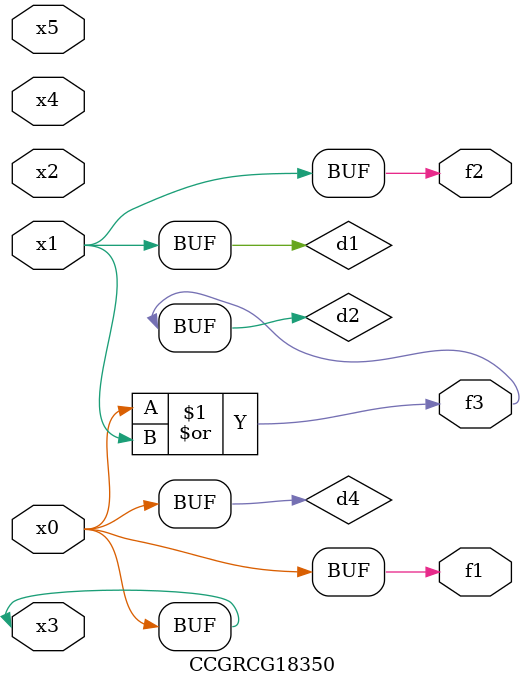
<source format=v>
module CCGRCG18350(
	input x0, x1, x2, x3, x4, x5,
	output f1, f2, f3
);

	wire d1, d2, d3, d4;

	and (d1, x1);
	or (d2, x0, x1);
	nand (d3, x0, x5);
	buf (d4, x0, x3);
	assign f1 = d4;
	assign f2 = d1;
	assign f3 = d2;
endmodule

</source>
